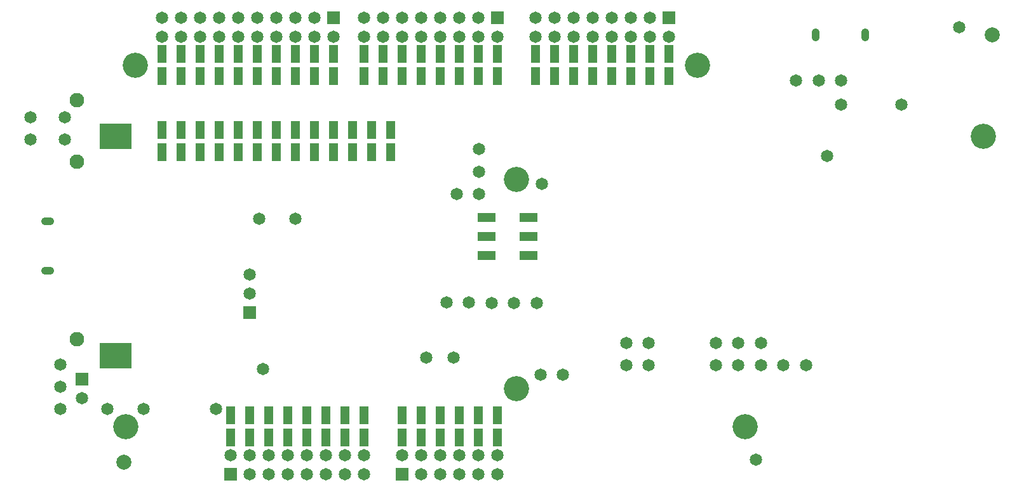
<source format=gbs>
G04*
G04 #@! TF.GenerationSoftware,Altium Limited,Altium Designer,21.3.2 (30)*
G04*
G04 Layer_Color=16711935*
%FSLAX24Y24*%
%MOIN*%
G70*
G04*
G04 #@! TF.SameCoordinates,6AA30765-9C08-4FBD-BEF0-21A24CA35A80*
G04*
G04*
G04 #@! TF.FilePolarity,Negative*
G04*
G01*
G75*
%ADD139R,0.0462X0.0922*%
%ADD146C,0.0787*%
%ADD190C,0.0761*%
%ADD191C,0.0651*%
%ADD192R,0.0651X0.0651*%
%ADD193O,0.0690X0.0414*%
%ADD194R,0.0651X0.0651*%
%ADD195O,0.0414X0.0690*%
%ADD196C,0.1320*%
%ADD243R,0.0934X0.0462*%
%ADD244R,0.1714X0.1320*%
D139*
X21000Y2423D02*
D03*
Y3577D02*
D03*
X22000D02*
D03*
Y2423D02*
D03*
X23000Y3577D02*
D03*
Y2423D02*
D03*
X25000Y3577D02*
D03*
Y2423D02*
D03*
X24000Y3577D02*
D03*
Y2423D02*
D03*
X20000D02*
D03*
Y3577D02*
D03*
X10400Y22577D02*
D03*
Y21423D02*
D03*
X9400Y22577D02*
D03*
Y21423D02*
D03*
X15400Y22577D02*
D03*
Y21423D02*
D03*
X14400D02*
D03*
Y22577D02*
D03*
X13400Y21423D02*
D03*
Y22577D02*
D03*
X11400Y21423D02*
D03*
Y22577D02*
D03*
X12400Y21423D02*
D03*
Y22577D02*
D03*
X16400D02*
D03*
Y21423D02*
D03*
X7400D02*
D03*
Y22577D02*
D03*
X8400Y21423D02*
D03*
Y22577D02*
D03*
X11000Y3577D02*
D03*
Y2423D02*
D03*
X15000D02*
D03*
Y3577D02*
D03*
X16000Y2423D02*
D03*
Y3577D02*
D03*
X14000Y2423D02*
D03*
Y3577D02*
D03*
X13000Y2423D02*
D03*
Y3577D02*
D03*
X12000D02*
D03*
Y2423D02*
D03*
X18000Y3577D02*
D03*
Y2423D02*
D03*
X17000Y3577D02*
D03*
Y2423D02*
D03*
X19400Y17423D02*
D03*
Y18577D02*
D03*
X15400Y17423D02*
D03*
Y18577D02*
D03*
X16400Y17423D02*
D03*
Y18577D02*
D03*
X7400D02*
D03*
Y17423D02*
D03*
X11400D02*
D03*
Y18577D02*
D03*
X12400Y17423D02*
D03*
Y18577D02*
D03*
X10400Y17423D02*
D03*
Y18577D02*
D03*
X9400Y17423D02*
D03*
Y18577D02*
D03*
X8400D02*
D03*
Y17423D02*
D03*
X14400Y18577D02*
D03*
Y17423D02*
D03*
X13400Y18577D02*
D03*
Y17423D02*
D03*
X17400Y18577D02*
D03*
Y17423D02*
D03*
X18400Y18577D02*
D03*
Y17423D02*
D03*
X34000Y21423D02*
D03*
Y22577D02*
D03*
X30000D02*
D03*
Y21423D02*
D03*
X29000Y22577D02*
D03*
Y21423D02*
D03*
X31000Y22577D02*
D03*
Y21423D02*
D03*
X32000Y22577D02*
D03*
Y21423D02*
D03*
X33000D02*
D03*
Y22577D02*
D03*
X27000Y21423D02*
D03*
Y22577D02*
D03*
X28000Y21423D02*
D03*
Y22577D02*
D03*
X25000Y21423D02*
D03*
Y22577D02*
D03*
X21000D02*
D03*
Y21423D02*
D03*
X20000Y22577D02*
D03*
Y21423D02*
D03*
X22000Y22577D02*
D03*
Y21423D02*
D03*
X23000Y22577D02*
D03*
Y21423D02*
D03*
X24000D02*
D03*
Y22577D02*
D03*
X18000Y21423D02*
D03*
Y22577D02*
D03*
X19000Y21423D02*
D03*
Y22577D02*
D03*
D146*
X50973Y23600D02*
D03*
X5411Y1120D02*
D03*
D190*
X2954Y16929D02*
D03*
Y7590D02*
D03*
Y20157D02*
D03*
D191*
X43050Y19913D02*
D03*
X12720Y6030D02*
D03*
X22346Y9530D02*
D03*
X31779Y7401D02*
D03*
X31779Y6220D02*
D03*
X32960D02*
D03*
Y7401D02*
D03*
X2310Y19261D02*
D03*
Y18080D02*
D03*
X6460Y3910D02*
D03*
X520Y19261D02*
D03*
X2080Y6272D02*
D03*
X530Y18080D02*
D03*
X12500Y13940D02*
D03*
X14410D02*
D03*
X10260Y3910D02*
D03*
X4540D02*
D03*
X2080D02*
D03*
X2080Y5091D02*
D03*
X43050Y21204D02*
D03*
X40688Y21204D02*
D03*
X41869D02*
D03*
X22869Y15219D02*
D03*
X24050D02*
D03*
Y16400D02*
D03*
Y17581D02*
D03*
X36479Y6220D02*
D03*
X37660D02*
D03*
X38841D02*
D03*
X36479Y7401D02*
D03*
X37660D02*
D03*
X38841D02*
D03*
X23527Y9530D02*
D03*
X28451Y5730D02*
D03*
X21280Y6630D02*
D03*
X46210Y19920D02*
D03*
X42310Y17210D02*
D03*
X27350Y15750D02*
D03*
X40022Y6220D02*
D03*
X41203D02*
D03*
X27270Y5730D02*
D03*
X24708Y9506D02*
D03*
X22700Y6630D02*
D03*
X27070Y9506D02*
D03*
X25889D02*
D03*
X7400Y24500D02*
D03*
Y23500D02*
D03*
X8400D02*
D03*
Y24500D02*
D03*
X10400D02*
D03*
Y23500D02*
D03*
X11400D02*
D03*
Y24500D02*
D03*
X13400Y23500D02*
D03*
Y24500D02*
D03*
X16400Y23500D02*
D03*
X15400Y24500D02*
D03*
Y23500D02*
D03*
X14400Y24500D02*
D03*
Y23500D02*
D03*
X12400Y24500D02*
D03*
Y23500D02*
D03*
X9400D02*
D03*
Y24500D02*
D03*
X25000Y1500D02*
D03*
Y500D02*
D03*
X23000Y1500D02*
D03*
Y500D02*
D03*
X20000Y1500D02*
D03*
X21000Y500D02*
D03*
Y1500D02*
D03*
X22000Y500D02*
D03*
Y1500D02*
D03*
X24000Y500D02*
D03*
Y1500D02*
D03*
X18000Y500D02*
D03*
Y1500D02*
D03*
X15000D02*
D03*
Y500D02*
D03*
X13000Y1500D02*
D03*
Y500D02*
D03*
X12000Y1500D02*
D03*
Y500D02*
D03*
X11000Y1500D02*
D03*
X14000Y500D02*
D03*
Y1500D02*
D03*
X16000Y500D02*
D03*
Y1500D02*
D03*
X17000D02*
D03*
Y500D02*
D03*
X38580Y1270D02*
D03*
X3220Y4490D02*
D03*
X12000Y10000D02*
D03*
Y11000D02*
D03*
X49250Y24000D02*
D03*
X27000Y24500D02*
D03*
Y23500D02*
D03*
X30000D02*
D03*
Y24500D02*
D03*
X32000Y23500D02*
D03*
Y24500D02*
D03*
X33000Y23500D02*
D03*
Y24500D02*
D03*
X34000Y23500D02*
D03*
X31000Y24500D02*
D03*
Y23500D02*
D03*
X29000Y24500D02*
D03*
Y23500D02*
D03*
X28000D02*
D03*
Y24500D02*
D03*
X18000D02*
D03*
Y23500D02*
D03*
X21000D02*
D03*
Y24500D02*
D03*
X23000Y23500D02*
D03*
Y24500D02*
D03*
X24000Y23500D02*
D03*
Y24500D02*
D03*
X25000Y23500D02*
D03*
X22000Y24500D02*
D03*
Y23500D02*
D03*
X20000Y24500D02*
D03*
Y23500D02*
D03*
X19000D02*
D03*
Y24500D02*
D03*
D192*
X16400D02*
D03*
X20000Y500D02*
D03*
X11000D02*
D03*
X34000Y24500D02*
D03*
X25000D02*
D03*
D193*
X1400Y13799D02*
D03*
Y11201D02*
D03*
D194*
X3220Y5490D02*
D03*
X12000Y9000D02*
D03*
D195*
X41704Y23600D02*
D03*
X44303D02*
D03*
D196*
X50500Y18250D02*
D03*
X26000Y5000D02*
D03*
Y16000D02*
D03*
X5500Y3000D02*
D03*
X6000Y22000D02*
D03*
X38000Y3000D02*
D03*
X35500Y22000D02*
D03*
D243*
X24438Y12000D02*
D03*
X26662D02*
D03*
X24438Y13000D02*
D03*
Y14000D02*
D03*
X26662Y13000D02*
D03*
Y14000D02*
D03*
D244*
X4990Y6732D02*
D03*
Y18268D02*
D03*
M02*

</source>
